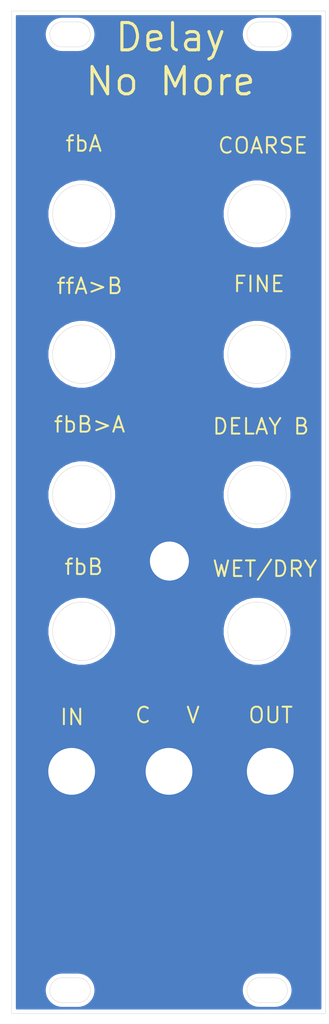
<source format=kicad_pcb>
(kicad_pcb (version 20171130) (host pcbnew "(5.1.5-0)")
  (layers (0 F.Cu signal) (31 B.Cu signal) (34 B.Paste user) (35 F.Paste user) (36 B.SilkS user) (37 F.SilkS user) (38 B.Mask user) (39 F.Mask user) (44 Edge.Cuts user))
  (net 0 "")
  (net 1 GND)
  (module "custom footprints:potleaf_small_copper" (layer F.Cu) (at 20.25 123.75)
    (fp_text reference REF** hide)
    (fp_text value potleaf_small_copper)
    (fp_poly (pts (xy -3.4036 -3.9751) (xy -3.0861 -3.7338) (xy -2.52095 -3.4163) (xy -1.92405 -2.9845) (xy -1.5494 -2.6035) (xy -1.14935 -2.03835) (xy -0.55245 -0.85725) (xy -0.254 -0.2921) (xy -0.2413 -0.2794) (xy -0.5715 -0.254) (xy -0.6731 -0.3048) (xy -1.0287 -0.55245) (xy -1.4351 -0.92075) (xy -1.7653 -1.27) (xy -2.1209 -1.7018) (xy -2.4003 -2.1209) (xy -2.5908 -2.3749) (xy -2.8448 -2.8321) (xy -3.0988 -3.2004) (xy -3.3401 -3.6195) (xy -3.6195 -4.1783)) (layer F.Cu) (width 0.1))
    (fp_poly (pts (xy -1.997075 -0.796925) (xy -1.660525 -0.701675) (xy -1.397 -0.6096) (xy -0.6985 -0.2032) (xy -0.66802 -0.17526) (xy -0.6604 -0.1905) (xy -0.6604 -0.1778) (xy -0.66802 -0.17526) (xy -0.7493 -0.0127) (xy -0.3556 0.127) (xy -0.56515 0.1524) (xy -0.95885 0.1778) (xy -1.4351 0.1778) (xy -1.8796 0.1143) (xy -2.3622 0) (xy -2.7559 -0.1143) (xy -3.1623 -0.3429) (xy -3.4798 -0.5715) (xy -3.8862 -0.6985) (xy -3.2385 -0.7493) (xy -2.7051 -0.7874) (xy -2.24155 -0.79375)) (layer F.Cu) (width 0.1))
    (fp_poly (pts (xy -0.13335 0.2667) (xy -0.50165 0.6985) (xy -0.9398 0.97155) (xy -1.3208 1.11125) (xy -2.0701 1.27635) (xy -1.5875 0.7493) (xy -1.1938 0.4826) (xy -0.8255 0.2794) (xy -0.3556 0.2032) (xy -0.3302 0.2032)) (layer F.Cu) (width 0.1))
    (fp_poly (pts (xy 0 -0.2159) (xy -0.211138 -0.022225) (xy 0.007937 0.073025) (xy 0.758825 0.61595) (xy 0.57785 0.7112) (xy 0 0.254) (xy 0.0127 1.3462) (xy -0.1016 1.2065) (xy -0.10795 0.3175) (xy -0.0635 0.3175) (xy -0.4445 0.1016) (xy -0.73025 -0.0508) (xy -0.56515 -0.3302)) (layer F.Cu) (width 0.1))
    (fp_poly (pts (xy 0.64135 0.2413) (xy 1.1938 0.5207) (xy 1.520825 0.847725) (xy 1.655763 1.077913) (xy 1.887538 1.347788) (xy 1.58115 1.26365) (xy 1.32715 1.18745) (xy 1.14935 1.12395) (xy 0.7747 0.9906) (xy 0.415925 0.796925) (xy 0.155575 0.511175) (xy 0.03175 0.34925) (xy 0.09525 0.38735) (xy 0.06985 0.32385) (xy 0.13335 0.1524)) (layer F.Cu) (width 0.1))
    (fp_poly (pts (xy 3.0734 -0.762) (xy 3.5052 -0.7366) (xy 4.083207 -0.726057) (xy 3.4036 -0.5715) (xy 2.9718 -0.381) (xy 2.6289 -0.1651) (xy 2.2098 0) (xy 1.6764 0.0889) (xy 1.2319 0.1143) (xy 0.65405 0.09525) (xy 0.0762 0.0762) (xy 0.0127 0) (xy 0.2286 -0.0635) (xy 0.235585 -0.1143) (xy 0.551815 -0.2413) (xy 1.08585 -0.4699) (xy 1.6383 -0.6731) (xy 2.032 -0.7874) (xy 2.4765 -0.7874)) (layer F.Cu) (width 0.1))
    (fp_poly (pts (xy 3.0607 -3.4163) (xy 2.8194 -2.921) (xy 2.6162 -2.4638) (xy 2.35585 -1.9431) (xy 2.0828 -1.5875) (xy 1.77165 -1.17475) (xy 1.30175 -0.78105) (xy 0.8001 -0.4445) (xy -0.3048 0.1524) (xy -0.2794 -0.1778) (xy 0.0254 -0.2286) (xy 0.27305 -0.66675) (xy 0.48895 -1.1303) (xy 0.65405 -1.4605) (xy 0.8382 -1.7526) (xy 1.0033 -2.0701) (xy 1.2827 -2.4257) (xy 1.5621 -2.7432) (xy 1.8923 -3.0353) (xy 2.2352 -3.2639) (xy 2.6162 -3.5179) (xy 3.0099 -3.7846) (xy 3.5433 -4.1783)) (layer F.Cu) (width 0.1))
    (fp_poly (pts (xy 0.2159 -5.5499) (xy 0.3175 -5.0673) (xy 0.4318 -4.6101) (xy 0.51435 -4.2799) (xy 0.57785 -3.8989) (xy 0.6223 -3.3782) (xy 0.6223 -2.8448) (xy 0.5715 -2.2606) (xy 0.508 -1.7399) (xy 0.365125 -1.2446) (xy 0.066675 -0.2286) (xy -0.14605 -0.2794) (xy -0.381 -1.1938) (xy -0.554038 -2.0574) (xy -0.538163 -2.8448) (xy -0.485775 -3.5052) (xy -0.32385 -4.2799) (xy -0.0889 -5.0927) (xy 0.0381 -5.8674) (xy 0.1016 -6.3881)) (layer F.Cu) (width 0.1))
  )
  (module "custom footprints:5mm_mounting_hole_LED" (layer F.Cu) (at 20.25 70.5)
    (fp_text reference REF** hide)
    (fp_text value 5mm_mounting_hole_LED)
    (pad 1 thru_hole circle (at 0 0) (size 5.1 5.1) (drill 5) (layers *.Cu *.Mask) (net 1 GND))
  )
  (module "custom footprints:6mm_mounting_hole_thonkiconn" (layer F.Cu) (at 33.2 97.45)
    (fp_text reference TP1 hide)
    (fp_text value TestPoint)
    (pad 1 thru_hole circle (at 0 0) (size 6.1 6.1) (drill 6) (layers *.Cu *.Mask) (net 1 GND))
  )
  (module "custom footprints:6mm_mounting_hole_thonkiconn" (layer F.Cu) (at 7.7 97.45)
    (fp_text reference TP1 hide)
    (fp_text value TestPoint)
    (pad 1 thru_hole circle (at 0 0) (size 6.1 6.1) (drill 6) (layers *.Cu *.Mask) (net 1 GND))
  )
  (module "custom footprints:6mm_mounting_hole_thonkiconn" (layer F.Cu) (at 20.2 97.45)
    (fp_text reference TP1 hide)
    (fp_text value TestPoint)
    (pad 1 thru_hole circle (at 0 0) (size 6.1 6.1) (drill 6) (layers *.Cu *.Mask) (net 1 GND))
  )
  (gr_arc (start 7.25 84.75) (end 7.25 97.75) (angle -90) (layer F.Cu) (width 0.75))
  (gr_arc (start 33.25 84.75) (end 20.25 84.75) (angle -90) (layer F.Cu) (width 0.75))
  (gr_line (start 20.25 70.5) (end 20.25 97.5) (layer F.Cu) (width 1))
  (gr_circle (center 20.25 70.5) (end 23.25 70.5) (layer F.Cu) (width 1))
  (gr_text OUT (at 33.25 90.25) (layer F.SilkS) (effects (font (size 2 2) (thickness 0.25))))
  (gr_text IN (at 7.75 90.5) (layer F.SilkS) (effects (font (size 2 2) (thickness 0.25))))
  (gr_text "C   V" (at 20 90.25) (layer F.SilkS) (effects (font (size 2 2) (thickness 0.25))))
  (gr_text WET/DRY (at 32.5 71.5) (layer F.SilkS) (effects (font (size 2 2) (thickness 0.25))))
  (gr_text fbB (at 9.25 71.25) (layer F.SilkS) (effects (font (size 2 2) (thickness 0.25))))
  (gr_text "DELAY B" (at 32 53.25) (layer F.SilkS) (effects (font (size 2 2) (thickness 0.25))))
  (gr_text fbB>A (at 10 53) (layer F.SilkS) (effects (font (size 2 2) (thickness 0.25))))
  (gr_text ffA>B (at 10 35.25) (layer F.SilkS) (effects (font (size 2 2) (thickness 0.25))))
  (gr_text FINE (at 31.75 35) (layer F.SilkS) (effects (font (size 2 2) (thickness 0.25))))
  (gr_circle (center 31.5 79.5) (end 35.25 79.5) (layer Edge.Cuts) (width 0.05))
  (gr_circle (center 9 79.5) (end 12.75 79.5) (layer Edge.Cuts) (width 0.05))
  (gr_circle (center 9 62) (end 12.75 62) (layer Edge.Cuts) (width 0.05))
  (gr_circle (center 31.5 62) (end 35.25 62) (layer Edge.Cuts) (width 0.05))
  (gr_circle (center 9 44) (end 12.75 44) (layer Edge.Cuts) (width 0.05))
  (gr_circle (center 31.5 44) (end 35.25 44) (layer Edge.Cuts) (width 0.05))
  (gr_text COARSE (at 32.25 17.25) (layer F.SilkS) (effects (font (size 2 2) (thickness 0.25))))
  (gr_text "Delay\nNo More" (at 20.4 6.2) (layer F.SilkS) (effects (font (size 3.5 3.5) (thickness 0.4))))
  (gr_text fbA (at 9.25 17) (layer F.SilkS) (effects (font (size 2 2) (thickness 0.25))))
  (gr_circle (center 9 26) (end 12.75 26) (layer Edge.Cuts) (width 0.05))
  (gr_circle (center 31.5 26) (end 35.25 26) (layer Edge.Cuts) (width 0.05))
  (gr_arc (start 8.5 125.5) (end 8.5 127.1) (angle -180) (layer Edge.Cuts) (width 0.05))
  (gr_line (start 6.5 123.9) (end 8.5 123.9) (layer Edge.Cuts) (width 0.05))
  (gr_arc (start 6.5 125.5) (end 6.5 123.9) (angle -180) (layer Edge.Cuts) (width 0.05))
  (gr_line (start 6.5 127.1) (end 8.5 127.1) (layer Edge.Cuts) (width 0.05))
  (gr_arc (start 8.5 3) (end 8.5 4.6) (angle -180) (layer Edge.Cuts) (width 0.05))
  (gr_line (start 6.5 1.4) (end 8.5 1.4) (layer Edge.Cuts) (width 0.05))
  (gr_arc (start 6.5 3) (end 6.5 1.4) (angle -180) (layer Edge.Cuts) (width 0.05))
  (gr_line (start 6.5 4.6) (end 8.5 4.6) (layer Edge.Cuts) (width 0.05))
  (gr_arc (start 33.8 125.5) (end 33.8 127.1) (angle -180) (layer Edge.Cuts) (width 0.05))
  (gr_line (start 31.8 123.9) (end 33.8 123.9) (layer Edge.Cuts) (width 0.05))
  (gr_arc (start 31.8 125.5) (end 31.8 123.9) (angle -180) (layer Edge.Cuts) (width 0.05))
  (gr_line (start 31.8 127.1) (end 33.8 127.1) (layer Edge.Cuts) (width 0.05))
  (gr_line (start 31.8 1.4) (end 33.8 1.4) (layer Edge.Cuts) (width 0.05))
  (gr_line (start 31.8 4.6) (end 33.8 4.6) (layer Edge.Cuts) (width 0.05))
  (gr_arc (start 31.8 3) (end 31.8 1.4) (angle -180) (layer Edge.Cuts) (width 0.05))
  (gr_arc (start 33.8 3) (end 33.8 4.6) (angle -180) (layer Edge.Cuts) (width 0.05))
  (gr_line (start 0 128.5) (end 0 0) (layer Edge.Cuts) (width 0.05))
  (gr_line (start 40.3 128.5) (end 0 128.5) (layer Edge.Cuts) (width 0.05))
  (gr_line (start 40.3 0) (end 40.3 128.5) (layer Edge.Cuts) (width 0.05))
  (gr_line (start 0 0) (end 40.3 0) (layer Edge.Cuts) (width 0.05))
  (zone (net 1) (net_name GND) (layer B.Cu) (connect_pads yes (clearance 0.508)) (min_thickness 0.254) (fill yes (arc_segments 32) (thermal_gap 0.508) (thermal_bridge_width 0.508))
    (polygon (pts (xy 40.75 129.841581) (xy -1.5 129.841581) (xy -1.000951 -1.158894) (xy -1.5 -1.408419) (xy 40.75 -1.408419)))
  )
)
</source>
